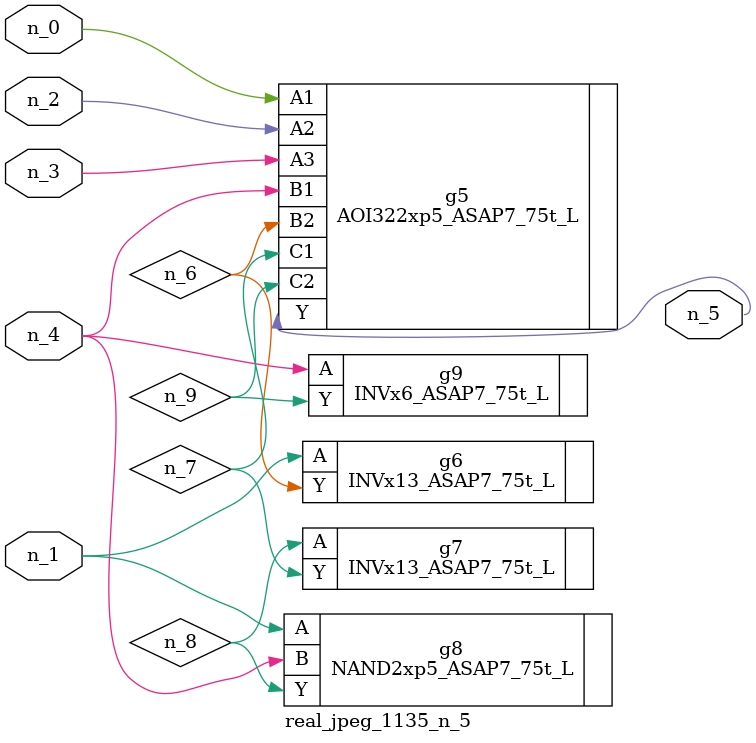
<source format=v>
module real_jpeg_1135_n_5 (n_4, n_0, n_1, n_2, n_3, n_5);

input n_4;
input n_0;
input n_1;
input n_2;
input n_3;

output n_5;

wire n_8;
wire n_6;
wire n_7;
wire n_9;

AOI322xp5_ASAP7_75t_L g5 ( 
.A1(n_0),
.A2(n_2),
.A3(n_3),
.B1(n_4),
.B2(n_6),
.C1(n_7),
.C2(n_9),
.Y(n_5)
);

INVx13_ASAP7_75t_L g6 ( 
.A(n_1),
.Y(n_6)
);

NAND2xp5_ASAP7_75t_L g8 ( 
.A(n_1),
.B(n_4),
.Y(n_8)
);

INVx6_ASAP7_75t_L g9 ( 
.A(n_4),
.Y(n_9)
);

INVx13_ASAP7_75t_L g7 ( 
.A(n_8),
.Y(n_7)
);


endmodule
</source>
